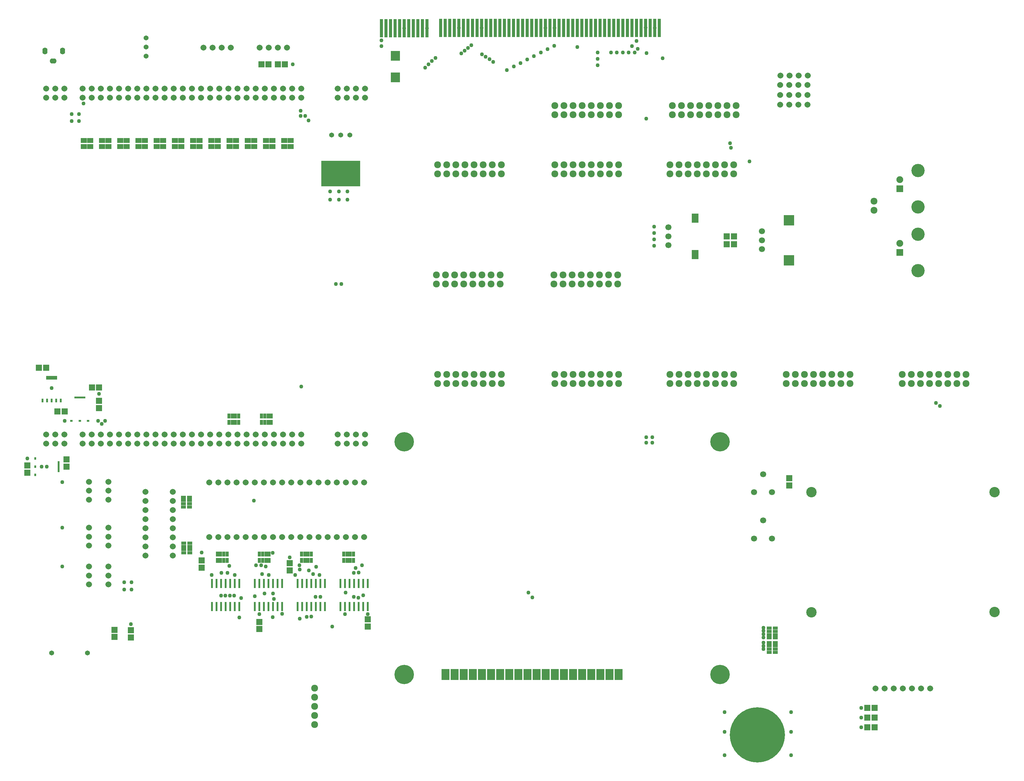
<source format=gts>
G04 Layer_Color=8388736*
%FSLAX44Y44*%
%MOMM*%
G71*
G01*
G75*
%ADD61R,1.6700X1.6700*%
%ADD62R,0.8500X1.4000*%
%ADD63R,1.4000X0.8500*%
%ADD64R,1.6700X1.6700*%
%ADD75C,15.4000*%
%ADD76R,10.9000X7.1000*%
%ADD77R,0.6000X3.1000*%
%ADD78R,0.6000X0.8000*%
%ADD79R,0.9000X5.1800*%
%ADD80R,3.1000X1.1000*%
%ADD81R,0.6000X1.1000*%
%ADD82R,3.1000X0.6000*%
%ADD83R,0.8000X0.6000*%
%ADD84R,2.5000X2.7000*%
%ADD85R,0.6100X2.6000*%
%ADD86C,1.6700*%
%ADD87R,1.9000X1.9000*%
%ADD88C,1.9000*%
%ADD89C,3.7000*%
%ADD90C,1.9240*%
%ADD91C,1.7000*%
%ADD92R,2.9000X2.9000*%
%ADD93R,1.9000X2.5000*%
%ADD94C,2.9000*%
%ADD95O,1.9000X1.4000*%
%ADD96O,1.4000X1.9000*%
%ADD97C,1.3700*%
%ADD98R,2.2000X3.1500*%
%ADD99C,5.4000*%
%ADD100C,1.1000*%
D61*
X6376000Y6163750D02*
D03*
Y6183750D02*
D03*
X7125000Y5554250D02*
D03*
Y5574250D02*
D03*
X6662250Y5738500D02*
D03*
Y5718500D02*
D03*
X6907500Y5731000D02*
D03*
Y5711000D02*
D03*
X6822500Y5547000D02*
D03*
Y5567000D02*
D03*
X6465000Y5544000D02*
D03*
Y5524000D02*
D03*
X6419000Y5545000D02*
D03*
Y5525000D02*
D03*
X8300000Y5948000D02*
D03*
Y5968000D02*
D03*
X6285500Y6000500D02*
D03*
Y6020500D02*
D03*
X6176000Y5983500D02*
D03*
Y6003500D02*
D03*
D62*
X6967416Y5756000D02*
D03*
X6958417D02*
D03*
X6949417D02*
D03*
X6940417D02*
D03*
X6967416Y5739000D02*
D03*
X6958417D02*
D03*
X6949417D02*
D03*
X6940417D02*
D03*
X6823000D02*
D03*
X6832000D02*
D03*
X6841000D02*
D03*
X6850000D02*
D03*
X6823000Y5756000D02*
D03*
X6832000D02*
D03*
X6841000D02*
D03*
X6850000D02*
D03*
X7085250D02*
D03*
X7076250D02*
D03*
X7067250D02*
D03*
X7058250D02*
D03*
X7085250Y5739000D02*
D03*
X7076250D02*
D03*
X7067250D02*
D03*
X7058250D02*
D03*
X6705750D02*
D03*
X6714750D02*
D03*
X6723750D02*
D03*
X6732750D02*
D03*
X6705750Y5756000D02*
D03*
X6714750D02*
D03*
X6723750D02*
D03*
X6732750D02*
D03*
X6785909Y6893750D02*
D03*
X6794909D02*
D03*
X6803909D02*
D03*
X6812909D02*
D03*
X6785909Y6910750D02*
D03*
X6794909D02*
D03*
X6803909D02*
D03*
X6812909D02*
D03*
X6735114Y6893750D02*
D03*
X6744114D02*
D03*
X6753113D02*
D03*
X6762114D02*
D03*
X6735114Y6910750D02*
D03*
X6744114D02*
D03*
X6753113D02*
D03*
X6762114D02*
D03*
X6887500Y6893750D02*
D03*
X6896500D02*
D03*
X6905500D02*
D03*
X6914500D02*
D03*
X6887500Y6910750D02*
D03*
X6896500D02*
D03*
X6905500D02*
D03*
X6914500D02*
D03*
X6836705Y6893750D02*
D03*
X6845704D02*
D03*
X6854705D02*
D03*
X6863705D02*
D03*
X6836705Y6910750D02*
D03*
X6845704D02*
D03*
X6854705D02*
D03*
X6863705D02*
D03*
X6856000Y6141250D02*
D03*
X6847000D02*
D03*
X6838000D02*
D03*
X6829000D02*
D03*
X6856000Y6124250D02*
D03*
X6847000D02*
D03*
X6838000D02*
D03*
X6829000D02*
D03*
X6765000Y6141250D02*
D03*
X6756000D02*
D03*
X6747000D02*
D03*
X6738000D02*
D03*
X6765000Y6124250D02*
D03*
X6756000D02*
D03*
X6747000D02*
D03*
X6738000D02*
D03*
X6328750Y6893750D02*
D03*
X6337750D02*
D03*
X6346750D02*
D03*
X6355750D02*
D03*
X6328750Y6910750D02*
D03*
X6337750D02*
D03*
X6346750D02*
D03*
X6355750D02*
D03*
X6379545Y6893750D02*
D03*
X6388546D02*
D03*
X6397546D02*
D03*
X6406545D02*
D03*
X6379545Y6910750D02*
D03*
X6388546D02*
D03*
X6397546D02*
D03*
X6406545D02*
D03*
X6457341D02*
D03*
X6448341D02*
D03*
X6439341D02*
D03*
X6430341D02*
D03*
X6457341Y6893750D02*
D03*
X6448341D02*
D03*
X6439341D02*
D03*
X6430341D02*
D03*
X6481136D02*
D03*
X6490136D02*
D03*
X6499136D02*
D03*
X6508137D02*
D03*
X6481136Y6910750D02*
D03*
X6490136D02*
D03*
X6499136D02*
D03*
X6508137D02*
D03*
X6558932D02*
D03*
X6549932D02*
D03*
X6540932D02*
D03*
X6531932D02*
D03*
X6558932Y6893750D02*
D03*
X6549932D02*
D03*
X6540932D02*
D03*
X6531932D02*
D03*
X6582727D02*
D03*
X6591727D02*
D03*
X6600728D02*
D03*
X6609727D02*
D03*
X6582727Y6910750D02*
D03*
X6591727D02*
D03*
X6600728D02*
D03*
X6609727D02*
D03*
X6633523Y6893750D02*
D03*
X6642523D02*
D03*
X6651523D02*
D03*
X6660522D02*
D03*
X6633523Y6910750D02*
D03*
X6642523D02*
D03*
X6651523D02*
D03*
X6660522D02*
D03*
X6684318Y6893750D02*
D03*
X6693318D02*
D03*
X6702318D02*
D03*
X6711318D02*
D03*
X6684318Y6910750D02*
D03*
X6693318D02*
D03*
X6702318D02*
D03*
X6711318D02*
D03*
D63*
X6612250Y5786750D02*
D03*
Y5777750D02*
D03*
Y5768750D02*
D03*
Y5759750D02*
D03*
X6629250Y5786750D02*
D03*
Y5777750D02*
D03*
Y5768750D02*
D03*
Y5759750D02*
D03*
X8261500Y5482500D02*
D03*
Y5491500D02*
D03*
Y5500500D02*
D03*
Y5509500D02*
D03*
X8244500Y5482500D02*
D03*
Y5491500D02*
D03*
Y5500500D02*
D03*
Y5509500D02*
D03*
Y5549500D02*
D03*
Y5540500D02*
D03*
Y5531500D02*
D03*
Y5522500D02*
D03*
X8261500Y5549500D02*
D03*
Y5540500D02*
D03*
Y5531500D02*
D03*
Y5522500D02*
D03*
X6627750Y5888000D02*
D03*
Y5897000D02*
D03*
Y5906000D02*
D03*
Y5915000D02*
D03*
X6610750Y5888000D02*
D03*
Y5897000D02*
D03*
Y5906000D02*
D03*
Y5915000D02*
D03*
D64*
X8146000Y6643000D02*
D03*
X8126000D02*
D03*
X8146000Y6621000D02*
D03*
X8126000D02*
D03*
X8518000Y5273000D02*
D03*
X8538000D02*
D03*
X8518000Y5300000D02*
D03*
X8538000D02*
D03*
X8518000Y5327000D02*
D03*
X8538000D02*
D03*
X6208000Y6276000D02*
D03*
X6228000D02*
D03*
X6260000Y6154000D02*
D03*
X6280000D02*
D03*
X6356000Y6221250D02*
D03*
X6376000D02*
D03*
X6894000Y7123250D02*
D03*
X6874000D02*
D03*
X6828500D02*
D03*
X6848500D02*
D03*
D75*
X8211000Y5252000D02*
D03*
D76*
X7049600Y6818250D02*
D03*
D77*
X6263000Y6000000D02*
D03*
D78*
X6198000Y5977000D02*
D03*
Y6000000D02*
D03*
Y6023000D02*
D03*
D79*
X7937800Y7224600D02*
D03*
X7925100D02*
D03*
X7912400D02*
D03*
X7899700D02*
D03*
X7887000D02*
D03*
X7874300D02*
D03*
X7861600D02*
D03*
X7848900D02*
D03*
X7836200D02*
D03*
X7823500D02*
D03*
X7810800D02*
D03*
X7785400D02*
D03*
X7772700D02*
D03*
X7760000D02*
D03*
X7747300D02*
D03*
X7734600D02*
D03*
X7721900D02*
D03*
X7709200D02*
D03*
X7696500D02*
D03*
X7683800D02*
D03*
X7671100D02*
D03*
X7658400D02*
D03*
X7645700D02*
D03*
X7633000D02*
D03*
X7620300D02*
D03*
X7607600D02*
D03*
X7594900D02*
D03*
X7582200D02*
D03*
X7569500D02*
D03*
X7556800D02*
D03*
X7544100D02*
D03*
X7531400D02*
D03*
X7518700D02*
D03*
X7506000D02*
D03*
X7493300D02*
D03*
X7467900D02*
D03*
X7480600D02*
D03*
X7455200D02*
D03*
X7442500D02*
D03*
X7429800D02*
D03*
X7417100D02*
D03*
X7404400D02*
D03*
X7391700D02*
D03*
X7379000D02*
D03*
X7366300D02*
D03*
X7353600D02*
D03*
X7340900D02*
D03*
X7328200D02*
D03*
X7290000Y7224000D02*
D03*
X7277300D02*
D03*
X7264600D02*
D03*
X7251900D02*
D03*
X7239200D02*
D03*
X7226500D02*
D03*
X7213800D02*
D03*
X7201100D02*
D03*
X7188400D02*
D03*
X7175700D02*
D03*
X7163000D02*
D03*
X7798100Y7224600D02*
D03*
D80*
X6243400Y6248500D02*
D03*
D81*
X6268800Y6185000D02*
D03*
X6256100D02*
D03*
X6243400D02*
D03*
X6230700D02*
D03*
X6218000D02*
D03*
D82*
X6322000Y6193000D02*
D03*
D83*
X6345000Y6128000D02*
D03*
X6322000D02*
D03*
X6299000D02*
D03*
D84*
X7202250Y7146250D02*
D03*
Y7086250D02*
D03*
D85*
X7125000Y5610250D02*
D03*
X7112300Y5610251D02*
D03*
X7099600D02*
D03*
X7086900D02*
D03*
X7074200D02*
D03*
X7061500D02*
D03*
X7048800D02*
D03*
Y5674250D02*
D03*
X7061500D02*
D03*
X7074200D02*
D03*
X7086900D02*
D03*
X7099600D02*
D03*
X7112300D02*
D03*
X7125000D02*
D03*
X6929366D02*
D03*
X6942067Y5674250D02*
D03*
X6954767D02*
D03*
X6967466D02*
D03*
X6980167D02*
D03*
X6992867D02*
D03*
X7005566D02*
D03*
Y5610250D02*
D03*
X6992867D02*
D03*
X6980167D02*
D03*
X6967466D02*
D03*
X6954767D02*
D03*
X6942067D02*
D03*
X6929366D02*
D03*
X6886133D02*
D03*
X6873433Y5610251D02*
D03*
X6860733D02*
D03*
X6848033D02*
D03*
X6835333D02*
D03*
X6822633D02*
D03*
X6809933D02*
D03*
Y5674250D02*
D03*
X6822633D02*
D03*
X6835333D02*
D03*
X6848033D02*
D03*
X6860733D02*
D03*
X6873433D02*
D03*
X6886133D02*
D03*
X6690500D02*
D03*
X6703200Y5674250D02*
D03*
X6715900D02*
D03*
X6728600D02*
D03*
X6741300D02*
D03*
X6754000D02*
D03*
X6766700D02*
D03*
Y5610250D02*
D03*
X6754000D02*
D03*
X6741300D02*
D03*
X6728600D02*
D03*
X6715900D02*
D03*
X6703200D02*
D03*
X6690500D02*
D03*
D86*
X8351500Y7091500D02*
D03*
X8326100D02*
D03*
X8300700D02*
D03*
X8275300D02*
D03*
X8693200Y5381000D02*
D03*
X8667800D02*
D03*
X8642400D02*
D03*
X8617000D02*
D03*
X8591600D02*
D03*
X8566200D02*
D03*
X8540800D02*
D03*
X6402000Y5933000D02*
D03*
X6348000D02*
D03*
X6402000Y5958000D02*
D03*
Y5908000D02*
D03*
X6348000D02*
D03*
Y5958000D02*
D03*
X6402000Y5805000D02*
D03*
X6348000D02*
D03*
X6402000Y5830000D02*
D03*
Y5780000D02*
D03*
X6348000D02*
D03*
Y5830000D02*
D03*
X6401800Y5696600D02*
D03*
X6347800D02*
D03*
X6401800Y5721600D02*
D03*
Y5671600D02*
D03*
X6347800D02*
D03*
Y5721600D02*
D03*
X6504900Y5752000D02*
D03*
Y5777400D02*
D03*
Y5802800D02*
D03*
Y5828200D02*
D03*
Y5853600D02*
D03*
Y5879000D02*
D03*
Y5904400D02*
D03*
Y5929800D02*
D03*
X6581100D02*
D03*
Y5904400D02*
D03*
Y5879000D02*
D03*
Y5853600D02*
D03*
Y5828200D02*
D03*
Y5802800D02*
D03*
Y5777400D02*
D03*
Y5752000D02*
D03*
X6899700Y7169750D02*
D03*
X6874300D02*
D03*
X6848900D02*
D03*
X6823500D02*
D03*
X6742800D02*
D03*
X6717400D02*
D03*
X6692000D02*
D03*
X6666600D02*
D03*
X6683000Y5804000D02*
D03*
X6708400D02*
D03*
X6733800D02*
D03*
X6759200D02*
D03*
X6784600D02*
D03*
X6810000D02*
D03*
X6835400D02*
D03*
X6860800D02*
D03*
X6886200D02*
D03*
X6911600D02*
D03*
X6937000D02*
D03*
X6962400D02*
D03*
X6987800D02*
D03*
X7013200D02*
D03*
X7038600D02*
D03*
X7064000D02*
D03*
X7089400D02*
D03*
X7114800D02*
D03*
Y5956400D02*
D03*
X7089400D02*
D03*
X7064000D02*
D03*
X7038600D02*
D03*
X7013200D02*
D03*
X6987800D02*
D03*
X6962400D02*
D03*
X6937000D02*
D03*
X6911600D02*
D03*
X6886200D02*
D03*
X6860800D02*
D03*
X6835400D02*
D03*
X6810000D02*
D03*
X6784600D02*
D03*
X6759200D02*
D03*
X6733800D02*
D03*
X6708400D02*
D03*
X6683000D02*
D03*
X6228600Y7055400D02*
D03*
X6254000D02*
D03*
X6279400D02*
D03*
X6330200D02*
D03*
X6355600D02*
D03*
X6381000D02*
D03*
X6406400D02*
D03*
X6431800D02*
D03*
X6457200D02*
D03*
X6482600D02*
D03*
X6508000D02*
D03*
X6533400D02*
D03*
X6558800D02*
D03*
X6584200D02*
D03*
X6609600D02*
D03*
X6635000D02*
D03*
X6660400D02*
D03*
X6685800D02*
D03*
X6711200D02*
D03*
X6736600D02*
D03*
X6762000D02*
D03*
X6787400D02*
D03*
X6812800D02*
D03*
X6838200D02*
D03*
X6863600D02*
D03*
X6889000D02*
D03*
X6914400D02*
D03*
X6939800D02*
D03*
X7041350D02*
D03*
X7066550D02*
D03*
X7091850D02*
D03*
X7117350D02*
D03*
Y7030000D02*
D03*
X7091850D02*
D03*
X7066550D02*
D03*
X7041350D02*
D03*
X6939800D02*
D03*
X6914400D02*
D03*
X6889000D02*
D03*
X6863600D02*
D03*
X6838200D02*
D03*
X6812800D02*
D03*
X6787400D02*
D03*
X6762000D02*
D03*
X6736600D02*
D03*
X6711200D02*
D03*
X6685800D02*
D03*
X6660400D02*
D03*
X6635000D02*
D03*
X6609600D02*
D03*
X6584200D02*
D03*
X6558800D02*
D03*
X6533400D02*
D03*
X6508000D02*
D03*
X6482600D02*
D03*
X6457200D02*
D03*
X6431800D02*
D03*
X6406400D02*
D03*
X6381000D02*
D03*
X6355600D02*
D03*
X6330200D02*
D03*
X6279400D02*
D03*
X6254000D02*
D03*
X6228600D02*
D03*
X6228500Y6090150D02*
D03*
X6253900D02*
D03*
X6279300D02*
D03*
X6330100D02*
D03*
X6355500D02*
D03*
X6380900D02*
D03*
X6406300D02*
D03*
X6431700D02*
D03*
X6457100D02*
D03*
X6482500D02*
D03*
X6507900D02*
D03*
X6533300D02*
D03*
X6558700D02*
D03*
X6584100D02*
D03*
X6609500D02*
D03*
X6634900D02*
D03*
X6660300D02*
D03*
X6685700D02*
D03*
X6711100D02*
D03*
X6736500D02*
D03*
X6761900D02*
D03*
X6787300D02*
D03*
X6812700D02*
D03*
X6838100D02*
D03*
X6863500D02*
D03*
X6888900D02*
D03*
X6914300D02*
D03*
X6939700D02*
D03*
X7041250D02*
D03*
X7066450D02*
D03*
X7091750D02*
D03*
X7117250D02*
D03*
Y6064750D02*
D03*
X7091750D02*
D03*
X7066450D02*
D03*
X7041250D02*
D03*
X6939700D02*
D03*
X6914300D02*
D03*
X6888900D02*
D03*
X6863500D02*
D03*
X6838100D02*
D03*
X6812700D02*
D03*
X6787300D02*
D03*
X6761900D02*
D03*
X6736500D02*
D03*
X6711100D02*
D03*
X6685700D02*
D03*
X6660300D02*
D03*
X6634900D02*
D03*
X6609500D02*
D03*
X6584100D02*
D03*
X6558700D02*
D03*
X6533300D02*
D03*
X6507900D02*
D03*
X6482500D02*
D03*
X6457100D02*
D03*
X6431700D02*
D03*
X6406300D02*
D03*
X6380900D02*
D03*
X6355500D02*
D03*
X6330100D02*
D03*
X6279300D02*
D03*
X6253900D02*
D03*
X6228500D02*
D03*
X8275000Y7065000D02*
D03*
X8300400D02*
D03*
X8325800D02*
D03*
X8351200D02*
D03*
Y7037500D02*
D03*
X8325800D02*
D03*
X8300400D02*
D03*
X8275000D02*
D03*
Y7010000D02*
D03*
X8300400D02*
D03*
X8325800D02*
D03*
X8351200D02*
D03*
D87*
X8608000Y6598000D02*
D03*
Y6776000D02*
D03*
D88*
Y6623000D02*
D03*
Y6801000D02*
D03*
D89*
X8659000Y6649000D02*
D03*
Y6547000D02*
D03*
Y6827000D02*
D03*
Y6725000D02*
D03*
D90*
X8536000Y6716000D02*
D03*
Y6741400D02*
D03*
X7497400Y6232500D02*
D03*
X7472000D02*
D03*
X7446600D02*
D03*
X7421200D02*
D03*
X7395800D02*
D03*
X7370400D02*
D03*
X7345000D02*
D03*
X7319600D02*
D03*
Y6257900D02*
D03*
X7370400D02*
D03*
X7345000D02*
D03*
X7395800D02*
D03*
X7421200D02*
D03*
X7446600D02*
D03*
X7472000D02*
D03*
X7497400D02*
D03*
X7494400Y6510000D02*
D03*
X7469000D02*
D03*
X7443600D02*
D03*
X7418200D02*
D03*
X7392800D02*
D03*
X7367400D02*
D03*
X7342000D02*
D03*
X7316600D02*
D03*
Y6535400D02*
D03*
X7367400D02*
D03*
X7342000D02*
D03*
X7392800D02*
D03*
X7418200D02*
D03*
X7443600D02*
D03*
X7469000D02*
D03*
X7494400D02*
D03*
X7821550Y6510000D02*
D03*
X7796150D02*
D03*
X7770750D02*
D03*
X7745350D02*
D03*
X7719950D02*
D03*
X7694550D02*
D03*
X7669150D02*
D03*
X7643750D02*
D03*
Y6535400D02*
D03*
X7694550D02*
D03*
X7669150D02*
D03*
X7719950D02*
D03*
X7745350D02*
D03*
X7770750D02*
D03*
X7796150D02*
D03*
X7821550D02*
D03*
X8145200Y6232500D02*
D03*
X8119800D02*
D03*
X8094400D02*
D03*
X8069000D02*
D03*
X8043600D02*
D03*
X8018200D02*
D03*
X7992800D02*
D03*
X7967400D02*
D03*
Y6257900D02*
D03*
X8018200D02*
D03*
X7992800D02*
D03*
X8043600D02*
D03*
X8069000D02*
D03*
X8094400D02*
D03*
X8119800D02*
D03*
X8145200D02*
D03*
X7824550Y6232500D02*
D03*
X7799150D02*
D03*
X7773750D02*
D03*
X7748350D02*
D03*
X7722950D02*
D03*
X7697550D02*
D03*
X7672150D02*
D03*
X7646750D02*
D03*
Y6257900D02*
D03*
X7697550D02*
D03*
X7672150D02*
D03*
X7722950D02*
D03*
X7748350D02*
D03*
X7773750D02*
D03*
X7799150D02*
D03*
X7824550D02*
D03*
X8793000Y6232500D02*
D03*
X8767600D02*
D03*
X8742200D02*
D03*
X8716801D02*
D03*
X8691400D02*
D03*
X8666000D02*
D03*
X8640601D02*
D03*
X8615200D02*
D03*
Y6257900D02*
D03*
X8666000D02*
D03*
X8640601D02*
D03*
X8691400D02*
D03*
X8716801D02*
D03*
X8742200D02*
D03*
X8767600D02*
D03*
X8793000D02*
D03*
X8469100Y6232500D02*
D03*
X8443700D02*
D03*
X8418300D02*
D03*
X8392900D02*
D03*
X8367500D02*
D03*
X8342100D02*
D03*
X8316700D02*
D03*
X8291300D02*
D03*
Y6257900D02*
D03*
X8342100D02*
D03*
X8316700D02*
D03*
X8367500D02*
D03*
X8392900D02*
D03*
X8418300D02*
D03*
X8443700D02*
D03*
X8469100D02*
D03*
X7824550Y6982600D02*
D03*
X7799150D02*
D03*
X7773750D02*
D03*
X7748350D02*
D03*
X7722950D02*
D03*
X7697550D02*
D03*
X7672150D02*
D03*
X7646750D02*
D03*
Y7008000D02*
D03*
X7697550D02*
D03*
X7672150D02*
D03*
X7722950D02*
D03*
X7748350D02*
D03*
X7773750D02*
D03*
X7799150D02*
D03*
X7824550D02*
D03*
X8151700Y6982600D02*
D03*
X8126300D02*
D03*
X8100900D02*
D03*
X8075500D02*
D03*
X8050100D02*
D03*
X8024700D02*
D03*
X7999300D02*
D03*
X7973900D02*
D03*
Y7008000D02*
D03*
X8024700D02*
D03*
X7999300D02*
D03*
X8050100D02*
D03*
X8075500D02*
D03*
X8100900D02*
D03*
X8126300D02*
D03*
X8151700D02*
D03*
X8145200Y6817500D02*
D03*
X8119800D02*
D03*
X8094400D02*
D03*
X8069000D02*
D03*
X8043600D02*
D03*
X8018200D02*
D03*
X7992800D02*
D03*
X7967400D02*
D03*
Y6842900D02*
D03*
X8018200D02*
D03*
X7992800D02*
D03*
X8043600D02*
D03*
X8069000D02*
D03*
X8094400D02*
D03*
X8119800D02*
D03*
X8145200D02*
D03*
X7824550Y6817500D02*
D03*
X7799150D02*
D03*
X7773750D02*
D03*
X7748350D02*
D03*
X7722950D02*
D03*
X7697550D02*
D03*
X7672150D02*
D03*
X7646750D02*
D03*
Y6842900D02*
D03*
X7697550D02*
D03*
X7672150D02*
D03*
X7722950D02*
D03*
X7748350D02*
D03*
X7773750D02*
D03*
X7799150D02*
D03*
X7824550D02*
D03*
X7497400Y6817500D02*
D03*
X7472000D02*
D03*
X7446600D02*
D03*
X7421200D02*
D03*
X7395800D02*
D03*
X7370400D02*
D03*
X7345000D02*
D03*
X7319600D02*
D03*
Y6842900D02*
D03*
X7370400D02*
D03*
X7345000D02*
D03*
X7395800D02*
D03*
X7421200D02*
D03*
X7446600D02*
D03*
X7472000D02*
D03*
X7497400D02*
D03*
X6977000Y5382600D02*
D03*
Y5357200D02*
D03*
Y5331800D02*
D03*
Y5306400D02*
D03*
Y5281000D02*
D03*
D91*
X8224000Y6632000D02*
D03*
Y6607000D02*
D03*
Y6657000D02*
D03*
X7963000Y6643000D02*
D03*
Y6618000D02*
D03*
Y6668000D02*
D03*
X8227000Y5850000D02*
D03*
X8202000Y5800000D02*
D03*
X8252000D02*
D03*
X8227000Y5979000D02*
D03*
X8202000Y5929000D02*
D03*
X8252000D02*
D03*
D92*
X8299000Y6576000D02*
D03*
Y6688000D02*
D03*
D93*
X8038000Y6592000D02*
D03*
Y6694000D02*
D03*
D94*
X8362000Y5929000D02*
D03*
Y5594000D02*
D03*
X8872250Y5594500D02*
D03*
Y5929000D02*
D03*
D95*
X6248000Y7132000D02*
D03*
D96*
X6274000Y7160000D02*
D03*
X6225000D02*
D03*
D97*
X7075000Y6925250D02*
D03*
X7049600D02*
D03*
X7024200D02*
D03*
X6343700Y5480300D02*
D03*
X6243700D02*
D03*
X6507000Y7145600D02*
D03*
Y7171000D02*
D03*
Y7196400D02*
D03*
D98*
X7824600Y5420000D02*
D03*
X7342000D02*
D03*
X7367400D02*
D03*
X7392800D02*
D03*
X7418200D02*
D03*
X7443600D02*
D03*
X7469000D02*
D03*
X7494400D02*
D03*
X7519800D02*
D03*
X7545200D02*
D03*
X7570600D02*
D03*
X7596000D02*
D03*
X7621400D02*
D03*
X7646800D02*
D03*
X7672200D02*
D03*
X7697600D02*
D03*
X7723000D02*
D03*
X7748400D02*
D03*
X7773800D02*
D03*
X7799200D02*
D03*
D99*
X7227000D02*
D03*
X8107000D02*
D03*
X7227000Y6070000D02*
D03*
X8107000D02*
D03*
D100*
X6332250Y7014000D02*
D03*
X8501000Y5273000D02*
D03*
Y5300000D02*
D03*
Y5327000D02*
D03*
X7513000Y7107000D02*
D03*
X7588428Y7145857D02*
D03*
X7645000Y7175000D02*
D03*
X7626143Y7165286D02*
D03*
X7607286Y7155571D02*
D03*
X7569572Y7136143D02*
D03*
X7550714Y7126429D02*
D03*
X7531857Y7116714D02*
D03*
X7709200Y7171200D02*
D03*
X7862000Y7174000D02*
D03*
X7878000Y7166000D02*
D03*
X6915750Y7123250D02*
D03*
X6393000Y6128000D02*
D03*
X6372750D02*
D03*
X6320000Y6984000D02*
D03*
X6299750D02*
D03*
X6320000Y6965000D02*
D03*
X6299750D02*
D03*
X6959750Y6966000D02*
D03*
X6950500Y6978750D02*
D03*
X6662250Y5761000D02*
D03*
X6886000Y5589250D02*
D03*
X6935250Y5576250D02*
D03*
X6907500Y5747000D02*
D03*
X7025750Y5554250D02*
D03*
X7063000Y5648500D02*
D03*
X6809933Y5638933D02*
D03*
X6766700Y5579200D02*
D03*
X6690000Y5697750D02*
D03*
X6990000D02*
D03*
X6860000Y5580000D02*
D03*
X6822750Y5589000D02*
D03*
X6754000Y5697750D02*
D03*
X6771750Y5633750D02*
D03*
X6922500Y5697750D02*
D03*
X7061500Y5589000D02*
D03*
X7125250D02*
D03*
X6813250Y5725250D02*
D03*
X6830250Y5700500D02*
D03*
X6828000Y5725500D02*
D03*
X6840333Y5721917D02*
D03*
X6863000Y5631500D02*
D03*
X6849000Y5698000D02*
D03*
X6861000Y5646750D02*
D03*
X6837000D02*
D03*
X6859750Y5760000D02*
D03*
X6807500Y5905500D02*
D03*
X6738579Y5723779D02*
D03*
X6752500Y5640500D02*
D03*
X6740250D02*
D03*
X6733578Y5704028D02*
D03*
X6728000Y5640500D02*
D03*
X6715750D02*
D03*
X6716500Y5704250D02*
D03*
X6176000Y6023000D02*
D03*
X7900000Y7225000D02*
D03*
X8189000Y6852000D02*
D03*
X7044500Y6745000D02*
D03*
X7068000D02*
D03*
Y6768000D02*
D03*
X7044500D02*
D03*
X7020000D02*
D03*
Y6745000D02*
D03*
X7202250Y7086250D02*
D03*
X7901000Y6971000D02*
D03*
X7766000Y7156000D02*
D03*
Y7120000D02*
D03*
Y7138000D02*
D03*
X7475000Y7130000D02*
D03*
X7464445Y7137000D02*
D03*
X7453889Y7144000D02*
D03*
X7443333Y7151000D02*
D03*
X7414000Y7176000D02*
D03*
X7404667Y7168333D02*
D03*
X7395333Y7160667D02*
D03*
X7386000Y7153000D02*
D03*
X7314000Y7141000D02*
D03*
X7304000Y7132000D02*
D03*
X7294000Y7123000D02*
D03*
X7285000Y7114000D02*
D03*
X7902000Y7154000D02*
D03*
X7163000Y7174000D02*
D03*
Y7190000D02*
D03*
X6465000Y5561000D02*
D03*
X7572900Y5649100D02*
D03*
X7584000Y5635000D02*
D03*
X8228000Y5551000D02*
D03*
Y5542000D02*
D03*
Y5533000D02*
D03*
Y5524000D02*
D03*
Y5509000D02*
D03*
Y5500000D02*
D03*
Y5491000D02*
D03*
X6939800Y6223800D02*
D03*
X7036000Y6510000D02*
D03*
X7836000Y7156000D02*
D03*
X7852500D02*
D03*
X7869000D02*
D03*
X7947000Y7140000D02*
D03*
X7803000Y7156000D02*
D03*
X7819500D02*
D03*
X7874000Y7188000D02*
D03*
X7226500Y7224000D02*
D03*
X7290000D02*
D03*
X7379000Y7224600D02*
D03*
X7442500D02*
D03*
X7620300D02*
D03*
X7645700D02*
D03*
X7925100D02*
D03*
X6280000Y6128000D02*
D03*
X6243400Y6219400D02*
D03*
X7051000Y6510000D02*
D03*
X6938000Y6993000D02*
D03*
Y6979000D02*
D03*
X6230000Y6000000D02*
D03*
X6216000D02*
D03*
X6376000Y6203250D02*
D03*
X6992750Y5637000D02*
D03*
X6935000Y5713500D02*
D03*
X6979500Y5637000D02*
D03*
X6972750Y5700750D02*
D03*
X6980750Y5720500D02*
D03*
X6954750Y5581250D02*
D03*
X6967466Y5581967D02*
D03*
X7085750Y5637250D02*
D03*
X7086250Y5703750D02*
D03*
X7099500Y5704750D02*
D03*
X7091000Y5717500D02*
D03*
X7099000Y5634500D02*
D03*
X7109000Y5725500D02*
D03*
X7112500Y5641250D02*
D03*
X6273000Y5957000D02*
D03*
Y5830000D02*
D03*
Y5722000D02*
D03*
X6383000Y6120000D02*
D03*
X6466000Y5678000D02*
D03*
Y5657000D02*
D03*
X6446000Y5678000D02*
D03*
Y5657000D02*
D03*
X7901000Y6067000D02*
D03*
X7918000D02*
D03*
X7901000Y6082000D02*
D03*
X7918000D02*
D03*
X6961000Y5710500D02*
D03*
X6934750Y5725500D02*
D03*
X7923000Y6617000D02*
D03*
Y6634667D02*
D03*
Y6652333D02*
D03*
Y6670000D02*
D03*
X8709000Y6178000D02*
D03*
X8720000Y6170000D02*
D03*
X8120000Y5315000D02*
D03*
Y5260000D02*
D03*
Y5195000D02*
D03*
X8305000Y5315000D02*
D03*
Y5260000D02*
D03*
Y5195000D02*
D03*
X8135000Y6902500D02*
D03*
X8137500Y6890000D02*
D03*
M02*

</source>
